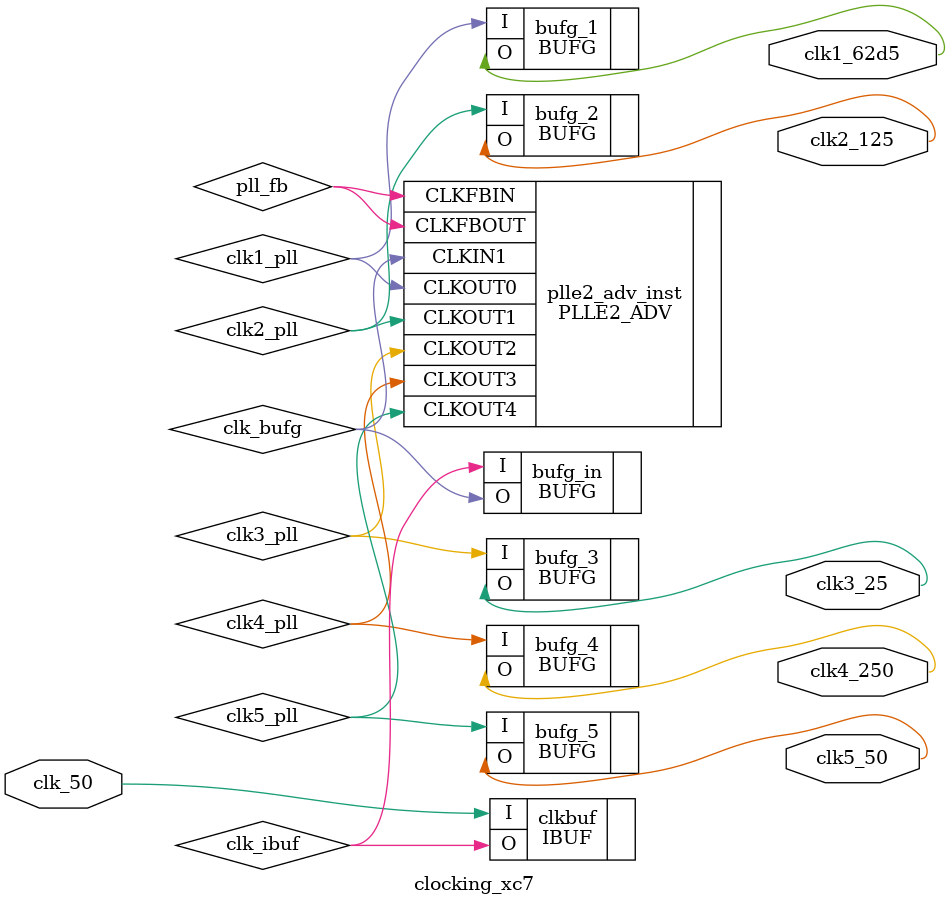
<source format=v>
/**
 * File              : clocking_xc7.v
 * License           : GPL-3.0-or-later
 * Author            : Peter Gu <github.com/regymm>
 * Date              : 2021.10.21
 * Last Modified Date: 2021.10.21
 */

module clocking_xc7 (
	input clk_50,
	output clk1_62d5,
	output clk2_125,
	output clk3_25,
	output clk4_250,
	output clk5_50
);
	wire clk_ibuf;
	wire clk_bufg;
	wire clk1_pll;
	wire clk2_pll;
	wire clk3_pll;
	wire clk4_pll;
	wire clk5_pll;

	PLLE2_ADV #(
	  .CLKFBOUT_MULT(10),
	  //.CLKFBOUT_MULT(30),
      .CLKIN1_PERIOD(10.0),
	  .CLKOUT0_DIVIDE(40),
      //.CLKOUT0_DIVIDE(20),
      .CLKOUT0_PHASE(0),
	  .CLKOUT1_DIVIDE(8),
      //.CLKOUT1_DIVIDE(10),
      .CLKOUT1_PHASE(0),
      .CLKOUT2_DIVIDE(40),
      .CLKOUT2_PHASE(0),
      .CLKOUT3_DIVIDE(4),
      .CLKOUT3_PHASE(0),
      .CLKOUT4_DIVIDE(20),
      .CLKOUT4_PHASE(0),
      .DIVCLK_DIVIDE(1'd1),
      .REF_JITTER1(0.01),
      .STARTUP_WAIT("FALSE")
	) plle2_adv_inst (
		.CLKFBIN(pll_fb),
		.CLKFBOUT(pll_fb),
		.CLKIN1(clk_bufg),
		.CLKOUT0(clk1_pll),
		.CLKOUT1(clk2_pll),
		.CLKOUT2(clk3_pll),
		.CLKOUT3(clk4_pll),
		.CLKOUT4(clk5_pll)
	);

	IBUF clkbuf (
		.I(clk_50),
		.O(clk_ibuf)
	);
	BUFG bufg_in (
		.I(clk_ibuf),
		.O(clk_bufg)
	);
	BUFG bufg_1 (
		.I(clk1_pll),
		.O(clk1_62d5)
	);
	BUFG bufg_2 (
		.I(clk2_pll),
		.O(clk2_125)
	);
	BUFG bufg_3 (
		.I(clk3_pll),
		.O(clk3_25)
	);
	BUFG bufg_4 (
		.I(clk4_pll),
		.O(clk4_250)
	);
	BUFG bufg_5 (
		.I(clk5_pll),
		.O(clk5_50)
	);
endmodule

</source>
